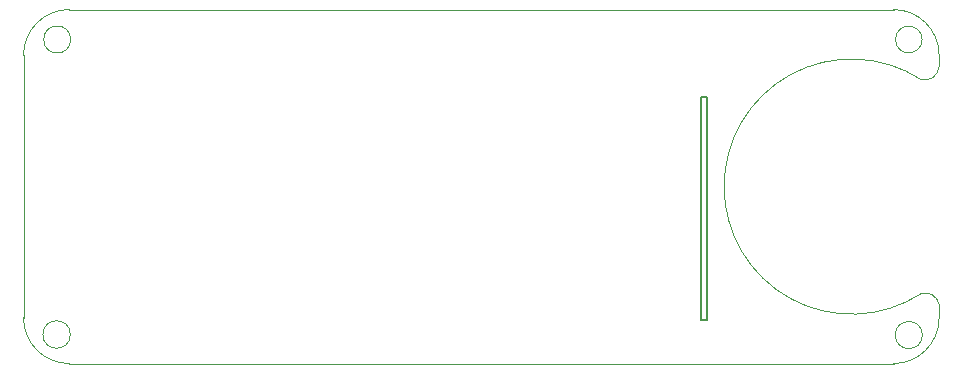
<source format=gbr>
%TF.GenerationSoftware,KiCad,Pcbnew,8.0.8-8.0.8-0~ubuntu22.04.1*%
%TF.CreationDate,2025-02-03T23:54:14+00:00*%
%TF.ProjectId,numcalcium,6e756d63-616c-4636-9975-6d2e6b696361,rev?*%
%TF.SameCoordinates,Original*%
%TF.FileFunction,Profile,NP*%
%FSLAX46Y46*%
G04 Gerber Fmt 4.6, Leading zero omitted, Abs format (unit mm)*
G04 Created by KiCad (PCBNEW 8.0.8-8.0.8-0~ubuntu22.04.1) date 2025-02-03 23:54:14*
%MOMM*%
%LPD*%
G01*
G04 APERTURE LIST*
%TA.AperFunction,Profile*%
%ADD10C,0.100000*%
%TD*%
%TA.AperFunction,Profile*%
%ADD11C,0.150000*%
%TD*%
G04 APERTURE END LIST*
D10*
X77048357Y40239088D02*
X77042000Y39286000D01*
D11*
X56892000Y36684199D02*
X57433400Y36684199D01*
X57433400Y17841399D01*
X56892000Y17841399D01*
X56892000Y36684199D01*
D10*
X75630454Y16542642D02*
G75*
G02*
X73333708Y16542642I-1148373J0D01*
G01*
X73333708Y16542642D02*
G75*
G02*
X75630454Y16542642I1148373J0D01*
G01*
X3521207Y41561642D02*
G75*
G02*
X1232893Y41561642I-1144157J0D01*
G01*
X1232893Y41561642D02*
G75*
G02*
X3521207Y41561642I1144157J0D01*
G01*
X3489081Y16585539D02*
G75*
G02*
X1160255Y16585539I-1164413J0D01*
G01*
X1160255Y16585539D02*
G75*
G02*
X3489081Y16585539I1164413J0D01*
G01*
X77048358Y17992196D02*
X77043251Y19122345D01*
X73185804Y44101685D02*
G75*
G02*
X77048385Y40239088I96J-3862485D01*
G01*
X-474196Y40239088D02*
X-474196Y17992196D01*
X77048358Y17992196D02*
G75*
G02*
X73185804Y14129642I-3862698J144D01*
G01*
X3388358Y14129642D02*
G75*
G02*
X-474198Y17992196I-8J3862548D01*
G01*
X73185804Y44101642D02*
X3388358Y44101642D01*
X77042000Y39286000D02*
G75*
G02*
X75508348Y38182234I-1200000J50000D01*
G01*
X75598805Y41561642D02*
G75*
G02*
X73352285Y41561642I-1123260J0D01*
G01*
X73352285Y41561642D02*
G75*
G02*
X75598805Y41561642I1123260J0D01*
G01*
X75508849Y20040091D02*
G75*
G02*
X75508348Y38182233I-5866849J9070909D01*
G01*
X-474196Y40239088D02*
G75*
G02*
X3388358Y44101642I3862554J0D01*
G01*
X75508849Y20040091D02*
G75*
G02*
X77043268Y19122348I371851J-1119891D01*
G01*
X73185804Y14129642D02*
X3388358Y14129642D01*
M02*

</source>
